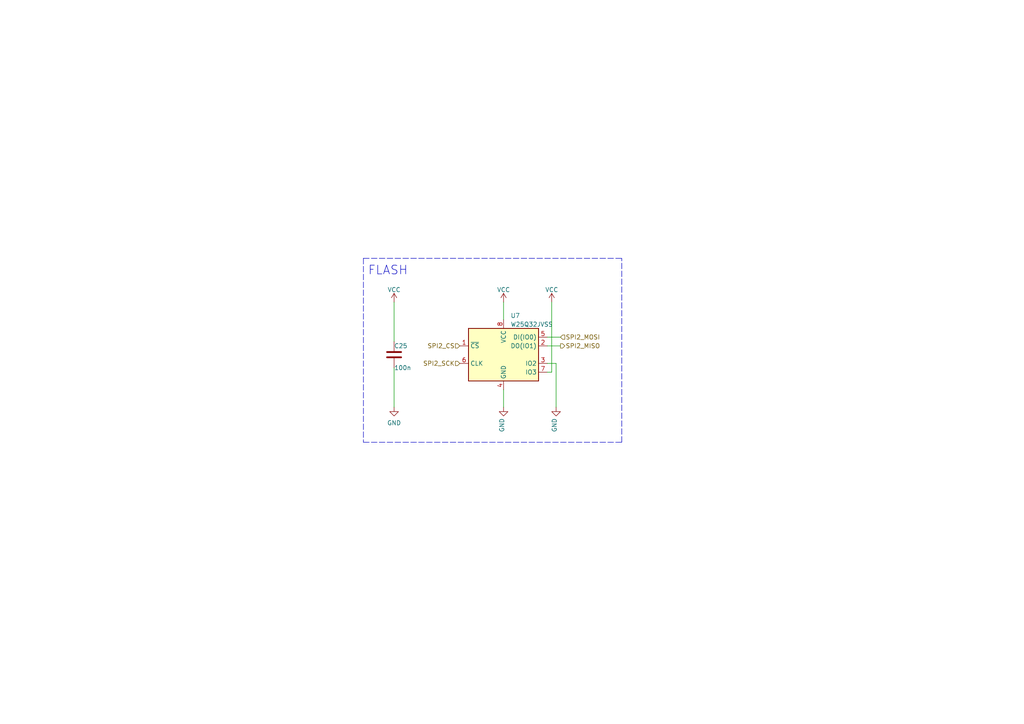
<source format=kicad_sch>
(kicad_sch (version 20211123) (generator eeschema)
  (paper "A4")
  (lib_symbols
    (symbol "Device:C" (pin_numbers hide) (pin_names (offset 0.254))
      (property "Reference" "C" (at 0.635 2.54 0))
      (property "Value" "C" (at 0.635 -2.54 0))
      (symbol "C_0_1"
        (polyline (pts (xy -2.032 -0.762) (xy 2.032 -0.762)) (stroke (width 0.508)))
        (polyline (pts (xy -2.032 0.762) (xy 2.032 0.762)) (stroke (width 0.508)))
      )
      (symbol "C_1_1"
        (pin passive line (at 0 3.81 270) (length 2.794) (name "~") (number "1"))
        (pin passive line (at 0 -3.81 90) (length 2.794) (name "~") (number "2"))
      )
    )
    (symbol "Memory_Flash:W25Q32JVSS"
      (property "Reference" "U" (at -8.89 8.89 0))
      (property "Value" "W25Q32JVSS" (at 7.62 8.89 0))
      (symbol "W25Q32JVSS_0_1"
        (rectangle (start -10.16 7.62) (end 10.16 -7.62) (stroke (width 0.254)) (fill (type background)))
      )
      (symbol "W25Q32JVSS_1_1"
        (pin input line (at -12.7 2.54 0) (length 2.54) (name "~{CS}") (number "1"))
        (pin bidirectional line (at 12.7 2.54 180) (length 2.54) (name "DO(IO1)") (number "2"))
        (pin bidirectional line (at 12.7 -2.54 180) (length 2.54) (name "IO2") (number "3"))
        (pin power_in line (at 0 -10.16 90) (length 2.54) (name "GND") (number "4"))
        (pin bidirectional line (at 12.7 5.08 180) (length 2.54) (name "DI(IO0)") (number "5"))
        (pin input line (at -12.7 -2.54 0) (length 2.54) (name "CLK") (number "6"))
        (pin bidirectional line (at 12.7 -5.08 180) (length 2.54) (name "IO3") (number "7"))
        (pin power_in line (at 0 10.16 270) (length 2.54) (name "VCC") (number "8"))
      )
    )
    (symbol "power:GND" (power) (pin_names (offset 0))
      (property "Value" "GND" (at 0 -3.81 0))
      (symbol "GND_0_1"
        (polyline (pts (xy 0 0) (xy 0 -1.27) (xy 1.27 -1.27) (xy 0 -2.54) (xy -1.27 -1.27) (xy 0 -1.27)))
      )
      (symbol "GND_1_1"
        (pin power_in line (at 0 0 270) (length 0) hide (name "GND") (number "1"))
      )
    )
    (symbol "power:VCC" (power) (pin_names (offset 0))
      (property "Value" "VCC" (at 0 3.81 0))
      (symbol "VCC_0_1"
        (polyline (pts (xy -0.762 1.27) (xy 0 2.54)))
        (polyline (pts (xy 0 0) (xy 0 2.54)))
        (polyline (pts (xy 0 2.54) (xy 0.762 1.27)))
      )
      (symbol "VCC_1_1"
        (pin power_in line (at 0 0 90) (length 0) hide (name "VCC") (number "1"))
      )
    )
  )
  (wire (pts (xy 158.75 100.33) (xy 162.56 100.33)))
  (polyline (pts (xy 105.41 128.27) (xy 180.34 128.27)))
  (wire (pts (xy 161.29 105.41) (xy 158.75 105.41)))
  (wire (pts (xy 146.05 113.03) (xy 146.05 118.11)))
  (wire (pts (xy 160.02 107.95) (xy 158.75 107.95)))
  (wire (pts (xy 146.05 87.63) (xy 146.05 92.71)))
  (wire (pts (xy 114.3 106.68) (xy 114.3 118.11)))
  (polyline (pts (xy 105.41 74.93) (xy 180.34 74.93)))
  (wire (pts (xy 158.75 97.79) (xy 162.56 97.79)))
  (polyline (pts (xy 180.34 128.27) (xy 180.34 74.93)))
  (wire (pts (xy 114.3 87.63) (xy 114.3 99.06)))
  (wire (pts (xy 160.02 87.63) (xy 160.02 107.95)))
  (wire (pts (xy 161.29 118.11) (xy 161.29 105.41)))
  (polyline (pts (xy 105.41 74.93) (xy 105.41 128.27)))
  (text "FLASH" (at 106.68 80.01 0) (effects (font (size 2.54 2.54)) (justify left bottom)))
  (hierarchical_label "SPI2_MISO" (shape output) (at 162.56 100.33 0))
  (hierarchical_label "SPI2_SCK" (shape input) (at 133.35 105.41 180))
  (hierarchical_label "SPI2_MOSI" (shape input) (at 162.56 97.79 0))
  (hierarchical_label "SPI2_CS" (shape input) (at 133.35 100.33 180))
  (symbol (lib_id "power:GND") (at 146.05 118.11 0) (unit 1)
    (property "Reference" "#PWR054" (effects hide))
    (property "Value" "GND" (at 145.571 121.285 90) (effects (justify right)))
  )
  (symbol (lib_id "power:GND") (at 114.3 118.11 0) (unit 1)
    (property "Reference" "#PWR053" (effects hide))
    (property "Value" "GND" (at 114.3 122.6725 0))
  )
  (symbol (lib_id "power:VCC") (at 146.05 87.63 0) (unit 1)
    (property "Reference" "#PWR0102" (effects hide))
    (property "Value" "VCC" (at 146.05 84.0542 0))
  )
  (symbol (lib_id "power:VCC") (at 114.3 87.63 0) (unit 1)
    (property "Reference" "#PWR0101" (effects hide))
    (property "Value" "VCC" (at 114.3 84.0542 0))
  )
  (symbol (lib_id "Device:C") (at 114.3 102.87 0) (unit 1)
    (property "Reference" "C25" (at 114.3 100.33 0) (effects (justify left)))
    (property "Value" "100n" (at 114.3 106.68 0) (effects (justify left)))
    (property "Footprint" "Capacitor_SMD:C_0603_1608Metric" (effects hide))
  )
  (symbol (lib_id "Memory_Flash:W25Q32JVSS") (at 146.05 102.87 0) (unit 1)
    (property "Reference" "U7" (at 148.0694 91.5502 0) (effects (justify left)))
    (property "Value" "W25Q32JVSS" (at 148.0694 94.0871 0) (effects (justify left)))
    (property "Footprint" "Package_SO:SOIC-8_5.23x5.23mm_P1.27mm" (effects hide))
    (property "Datasheet" "http://www.winbond.com/resource-files/w25q32jv%20revg%2003272018%20plus.pdf" (effects hide))
  )
  (symbol (lib_id "power:GND") (at 161.29 118.11 0) (unit 1)
    (property "Reference" "#PWR055" (effects hide))
    (property "Value" "GND" (at 160.811 121.285 90) (effects (justify right)))
  )
  (symbol (lib_id "power:VCC") (at 160.02 87.63 0) (unit 1)
    (property "Reference" "#PWR0103" (effects hide))
    (property "Value" "VCC" (at 160.02 84.0542 0))
  )
)
</source>
